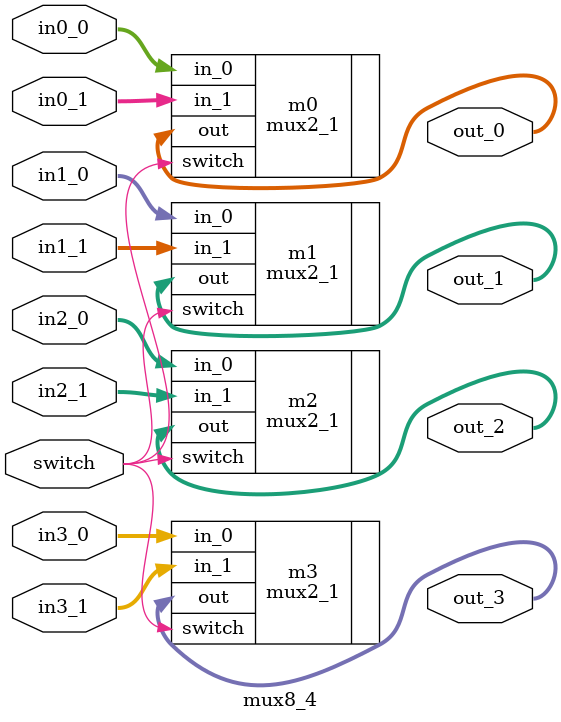
<source format=v>
`timescale 1ns / 1ns
module mux8_4(in0_0, in1_0, in2_0, in3_0, in0_1, in1_1, in2_1, in3_1, switch, out_0, out_1, out_2, out_3);

	input[16:0]		in0_0, in1_0, in2_0, in3_0, in0_1, in1_1, in2_1, in3_1;
	input      		switch;
	output[16:0] out_0, out_1, out_2, out_3;

	mux2_1 m0(.in_0(in0_0), .in_1(in0_1), .switch(switch), .out(out_0));
	mux2_1 m1(.in_0(in1_0), .in_1(in1_1), .switch(switch), .out(out_1));
	mux2_1 m2(.in_0(in2_0), .in_1(in2_1), .switch(switch), .out(out_2));
	mux2_1 m3(.in_0(in3_0), .in_1(in3_1), .switch(switch), .out(out_3));

endmodule
</source>
